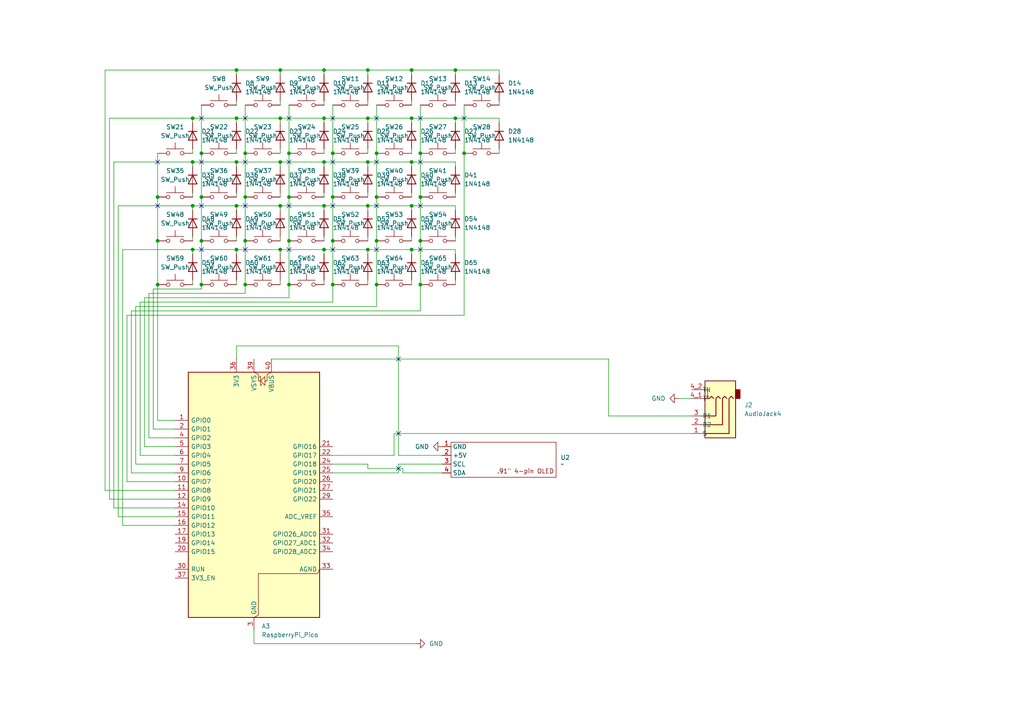
<source format=kicad_sch>
(kicad_sch (version 20231120) (generator "eeschema") (generator_version "8.0")
  (paper "A4")
  (lib_symbols
    (symbol "Connector_Audio:AudioJack4_SwitchT1"
      (property "Reference" "J2" (at -10.16 -3.1751 0))
      (property "Value" "AudioJack4" (at -10.16 -0.6351 0))
      (symbol "AudioJack4_SwitchT1_0_1"
        (rectangle (start -7.62 -5.08) (end -8.89 -7.62) (stroke (width 0.254)) (fill (type outline)))
        (polyline (pts (xy 1.27 -5.08) (xy 2.54 -5.08)))
        (polyline (pts (xy 1.27 2.54) (xy 2.54 2.54)))
        (polyline (pts (xy 2.54 0) (xy 1.27 0)))
        (polyline (pts (xy 2.54 5.08) (xy 1.27 5.08)))
        (rectangle (start 1.27 6.35) (end -7.62 -10.16) (stroke (width 0.254)) (fill (type background)))
      )
      (symbol "AudioJack4_SwitchT1_1_1"
        (polyline (pts (xy 0.508 -5.334) (xy 0.762 -5.842)))
        (polyline (pts (xy -1.27 -5.08) (xy -0.635 -5.715) (xy 0 -5.08) (xy 1.27 -5.08)) (stroke (width 0.254)))
        (polyline (pts (xy 2.54 -7.62) (xy 0.508 -7.62) (xy 0.508 -5.334) (xy 0.254 -5.842)))
        (polyline (pts (xy -3.175 -5.08) (xy -2.54 -5.715) (xy -1.905 -5.08) (xy -1.905 0) (xy 1.27 0)) (stroke (width 0.254)))
        (polyline (pts (xy 1.27 2.54) (xy -3.81 2.54) (xy -3.81 -5.08) (xy -4.445 -5.715) (xy -5.08 -5.08)) (stroke (width 0.254)))
        (polyline (pts (xy 1.27 5.08) (xy -5.715 5.08) (xy -5.715 -5.08) (xy -6.35 -5.715) (xy -6.985 -5.08)) (stroke (width 0.254)))
        (pin passive line (at 5.08 5.08 180) (length 2.54) (name "S") (number "1"))
        (pin passive line (at 5.08 2.54 180) (length 2.54) (name "R2") (number "2"))
        (pin passive line (at 5.08 0 180) (length 2.54) (name "R1") (number "3"))
        (pin passive line (at 5.08 -5.08 180) (length 2.54) (name "T") (number "4_1"))
        (pin passive line (at 5.08 -7.62 180) (length 2.54) (name "TN") (number "4_2"))
      )
    )
    (symbol "Diode:1N4148" (pin_numbers hide) (pin_names hide)
      (property "Reference" "D" (at 0 2.54 0))
      (property "Value" "1N4148" (at 0 -2.54 0))
      (symbol "1N4148_0_1"
        (polyline (pts (xy -1.27 1.27) (xy -1.27 -1.27)) (stroke (width 0.254)))
        (polyline (pts (xy 1.27 0) (xy -1.27 0)))
        (polyline (pts (xy 1.27 1.27) (xy 1.27 -1.27) (xy -1.27 0) (xy 1.27 1.27)) (stroke (width 0.254)))
      )
      (symbol "1N4148_1_1"
        (pin passive line (at -3.81 0 0) (length 2.54) (name "K") (number "1"))
        (pin passive line (at 3.81 0 180) (length 2.54) (name "A") (number "2"))
      )
    )
    (symbol "MCU_Module_RaspberryPi_Pico:RaspberryPi_Pico" (pin_names (offset 0.762))
      (property "Reference" "A" (at -19.05 38.1 0))
      (property "Value" "RaspberryPi_Pico" (at 7.62 38.1 0))
      (symbol "RaspberryPi_Pico_0_1"
        (rectangle (start -19.05 36.83) (end 19.05 -34.29) (stroke (width 0.254)) (fill (type background)))
        (polyline (pts (xy 0 36.83) (xy 1.27 36.195) (xy 1.27 34.29) (xy 1.905 34.29)))
        (polyline (pts (xy 1.905 34.29) (xy 3.175 35.56) (xy 3.175 33.02) (xy 1.905 34.29)))
        (polyline (pts (xy 5.08 36.83) (xy 3.81 36.195) (xy 3.81 34.29) (xy 3.175 34.29)))
        (polyline (pts (xy 0 -34.29) (xy 1.27 -33.655) (xy 1.27 -21.59) (xy 18.415 -21.59) (xy 19.05 -20.32)))
        (polyline (pts (xy 1.651 35.306) (xy 1.651 35.56) (xy 1.905 35.56) (xy 1.905 33.02) (xy 2.159 33.02) (xy 2.159 33.274)))
      )
      (symbol "RaspberryPi_Pico_1_1"
        (pin bidirectional line (at -22.86 22.86 0) (length 3.81) (name "GPIO0") (number "1"))
        (pin bidirectional line (at -22.86 5.08 0) (length 3.81) (name "GPIO7") (number "10"))
        (pin bidirectional line (at -22.86 2.54 0) (length 3.81) (name "GPIO8") (number "11"))
        (pin bidirectional line (at -22.86 0 0) (length 3.81) (name "GPIO9") (number "12"))
        (pin passive line (at 0 -38.1 90) (length 3.81) hide (name "GND") (number "13"))
        (pin bidirectional line (at -22.86 -2.54 0) (length 3.81) (name "GPIO10") (number "14"))
        (pin bidirectional line (at -22.86 -5.08 0) (length 3.81) (name "GPIO11") (number "15"))
        (pin bidirectional line (at -22.86 -7.62 0) (length 3.81) (name "GPIO12") (number "16"))
        (pin bidirectional line (at -22.86 -10.16 0) (length 3.81) (name "GPIO13") (number "17"))
        (pin passive line (at 0 -38.1 90) (length 3.81) hide (name "GND") (number "18"))
        (pin bidirectional line (at -22.86 -12.7 0) (length 3.81) (name "GPIO14") (number "19"))
        (pin bidirectional line (at -22.86 20.32 0) (length 3.81) (name "GPIO1") (number "2"))
        (pin bidirectional line (at -22.86 -15.24 0) (length 3.81) (name "GPIO15") (number "20"))
        (pin bidirectional line (at 22.86 15.24 180) (length 3.81) (name "GPIO16") (number "21"))
        (pin bidirectional line (at 22.86 12.7 180) (length 3.81) (name "GPIO17") (number "22"))
        (pin passive line (at 0 -38.1 90) (length 3.81) hide (name "GND") (number "23"))
        (pin bidirectional line (at 22.86 10.16 180) (length 3.81) (name "GPIO18") (number "24"))
        (pin bidirectional line (at 22.86 7.62 180) (length 3.81) (name "GPIO19") (number "25"))
        (pin bidirectional line (at 22.86 5.08 180) (length 3.81) (name "GPIO20") (number "26"))
        (pin bidirectional line (at 22.86 2.54 180) (length 3.81) (name "GPIO21") (number "27"))
        (pin passive line (at 0 -38.1 90) (length 3.81) hide (name "GND") (number "28"))
        (pin bidirectional line (at 22.86 0 180) (length 3.81) (name "GPIO22") (number "29"))
        (pin power_out line (at 0 -38.1 90) (length 3.81) (name "GND") (number "3"))
        (pin input line (at -22.86 -20.32 0) (length 3.81) (name "RUN") (number "30"))
        (pin bidirectional line (at 22.86 -10.16 180) (length 3.81) (name "GPIO26_ADC0") (number "31"))
        (pin bidirectional line (at 22.86 -12.7 180) (length 3.81) (name "GPIO27_ADC1") (number "32"))
        (pin power_out line (at 22.86 -20.32 180) (length 3.81) (name "AGND") (number "33"))
        (pin bidirectional line (at 22.86 -15.24 180) (length 3.81) (name "GPIO28_ADC2") (number "34"))
        (pin power_in line (at 22.86 -5.08 180) (length 3.81) (name "ADC_VREF") (number "35"))
        (pin power_out line (at -5.08 40.64 270) (length 3.81) (name "3V3") (number "36"))
        (pin input line (at -22.86 -22.86 0) (length 3.81) (name "3V3_EN") (number "37"))
        (pin passive line (at 0 -38.1 90) (length 3.81) hide (name "GND") (number "38"))
        (pin power_in line (at 0 40.64 270) (length 3.81) (name "VSYS") (number "39"))
        (pin bidirectional line (at -22.86 17.78 0) (length 3.81) (name "GPIO2") (number "4"))
        (pin power_out line (at 5.08 40.64 270) (length 3.81) (name "VBUS") (number "40"))
        (pin bidirectional line (at -22.86 15.24 0) (length 3.81) (name "GPIO3") (number "5"))
        (pin bidirectional line (at -22.86 12.7 0) (length 3.81) (name "GPIO4") (number "6"))
        (pin bidirectional line (at -22.86 10.16 0) (length 3.81) (name "GPIO5") (number "7"))
        (pin passive line (at 0 -38.1 90) (length 3.81) hide (name "GND") (number "8"))
        (pin bidirectional line (at -22.86 7.62 0) (length 3.81) (name "GPIO6") (number "9"))
      )
    )
    (symbol "Switch:SW_Push" (pin_numbers hide) (pin_names (offset 1.016) hide)
      (property "Reference" "SW" (at 1.27 2.54 0))
      (property "Value" "SW_Push" (at 0 -1.524 0))
      (symbol "SW_Push_0_1"
        (circle (center -2.032 0) (radius 0.508))
        (polyline (pts (xy 0 1.27) (xy 0 3.048)))
        (polyline (pts (xy 2.54 1.27) (xy -2.54 1.27)))
        (circle (center 2.032 0) (radius 0.508))
        (pin passive line (at -5.08 0 0) (length 2.54) (name "1") (number "1"))
        (pin passive line (at 5.08 0 180) (length 2.54) (name "2") (number "2"))
      )
    )
    (symbol "display:.91{dblquote}_4-pin_OLED"
      (property "Reference" "U" (at 0 -1.27 0))
      (symbol ".91{dblquote}_4-pin_OLED_0_1"
        (rectangle (start -16.51 5.08) (end 13.97 -5.08))
      )
      (symbol ".91{dblquote}_4-pin_OLED_1_1"
        (text ".91\" 4-pin OLED" (at -7.62 3.302 0) (effects (font (size 1.27 1.27))))
        (pin input line (at 16.51 -3.81 180) (length 2.54) (name "GND") (number "1"))
        (pin input line (at 16.51 -1.27 180) (length 2.54) (name "+5V") (number "2"))
        (pin input line (at 16.51 1.27 180) (length 2.54) (name "SCL") (number "3"))
        (pin input line (at 16.51 3.81 180) (length 2.54) (name "SDA") (number "4"))
      )
    )
    (symbol "power:GND" (power) (pin_numbers hide) (pin_names (offset 0) hide)
      (property "Value" "GND" (at 0 -3.81 0))
      (symbol "GND_0_1"
        (polyline (pts (xy 0 0) (xy 0 -1.27) (xy 1.27 -1.27) (xy 0 -2.54) (xy -1.27 -1.27) (xy 0 -1.27)))
      )
      (symbol "GND_1_1"
        (pin power_in line (at 0 0 270) (length 0) (name "~") (number "1"))
      )
    )
  )
  (junction (at 68.58 46.99))
  (junction (at 119.38 34.29))
  (junction (at 83.82 69.85))
  (junction (at 81.28 20.32))
  (junction (at 106.68 59.69))
  (junction (at 106.68 34.29))
  (junction (at 96.52 44.45))
  (junction (at 106.68 46.99))
  (junction (at 93.98 46.99))
  (junction (at 45.72 82.55))
  (junction (at 119.38 46.99))
  (junction (at 96.52 57.15))
  (junction (at 134.62 44.45))
  (junction (at 71.12 44.45))
  (junction (at 68.58 72.39))
  (junction (at 81.28 34.29))
  (junction (at 121.92 82.55))
  (junction (at 109.22 82.55))
  (junction (at 83.82 44.45))
  (junction (at 119.38 72.39))
  (junction (at 93.98 59.69))
  (junction (at 71.12 82.55))
  (junction (at 71.12 69.85))
  (junction (at 109.22 44.45))
  (junction (at 55.88 34.29))
  (junction (at 71.12 57.15))
  (junction (at 55.88 72.39))
  (junction (at 68.58 59.69))
  (junction (at 109.22 69.85))
  (junction (at 119.38 59.69))
  (junction (at 58.42 44.45))
  (junction (at 83.82 82.55))
  (junction (at 68.58 20.32))
  (junction (at 106.68 72.39))
  (junction (at 45.72 69.85))
  (junction (at 121.92 57.15))
  (junction (at 109.22 57.15))
  (junction (at 106.68 20.32))
  (junction (at 121.92 69.85))
  (junction (at 93.98 72.39))
  (junction (at 81.28 59.69))
  (junction (at 132.08 34.29))
  (junction (at 96.52 69.85))
  (junction (at 45.72 57.15))
  (junction (at 81.28 46.99))
  (junction (at 58.42 57.15))
  (junction (at 83.82 57.15))
  (junction (at 81.28 72.39))
  (junction (at 58.42 69.85))
  (junction (at 119.38 20.32))
  (junction (at 55.88 59.69))
  (junction (at 93.98 20.32))
  (junction (at 68.58 34.29))
  (junction (at 121.92 44.45))
  (junction (at 58.42 82.55))
  (junction (at 96.52 82.55))
  (junction (at 132.08 20.32))
  (junction (at 93.98 34.29))
  (junction (at 55.88 46.99))
  (no_connect (at 83.82 34.29))
  (no_connect (at 109.22 46.99))
  (no_connect (at 45.72 46.99))
  (no_connect (at 96.52 46.99))
  (no_connect (at 134.62 34.29))
  (no_connect (at 115.57 135.89))
  (no_connect (at 96.52 34.29))
  (no_connect (at 71.12 59.69))
  (no_connect (at 121.92 46.99))
  (no_connect (at 83.82 72.39))
  (no_connect (at 121.92 59.69))
  (no_connect (at 71.12 46.99))
  (no_connect (at 109.22 72.39))
  (no_connect (at 83.82 59.69))
  (no_connect (at 96.52 59.69))
  (no_connect (at 58.42 46.99))
  (no_connect (at 71.12 72.39))
  (no_connect (at 58.42 34.29))
  (no_connect (at 115.57 125.73))
  (no_connect (at 58.42 72.39))
  (no_connect (at 45.72 59.69))
  (no_connect (at 115.57 104.14))
  (no_connect (at 58.42 59.69))
  (no_connect (at 109.22 34.29))
  (no_connect (at 109.22 59.69))
  (no_connect (at 83.82 46.99))
  (no_connect (at 71.12 34.29))
  (no_connect (at 96.52 72.39))
  (no_connect (at 121.92 34.29))
  (no_connect (at 121.92 72.39))
  (wire (pts (xy 55.88 59.69) (xy 55.88 60.96)))
  (wire (pts (xy 106.68 46.99) (xy 106.68 48.26)))
  (wire (pts (xy 132.08 20.32) (xy 132.08 21.59)))
  (wire (pts (xy 31.75 144.78) (xy 50.8 144.78)))
  (wire (pts (xy 115.57 132.08) (xy 115.57 100.33)))
  (wire (pts (xy 132.08 48.26) (xy 132.08 46.99)))
  (wire (pts (xy 68.58 81.28) (xy 68.58 82.55)))
  (wire (pts (xy 119.38 81.28) (xy 119.38 82.55)))
  (wire (pts (xy 38.1 137.16) (xy 50.8 137.16)))
  (wire (pts (xy 41.91 86.36) (xy 41.91 129.54)))
  (wire (pts (xy 128.27 137.16) (xy 116.84 137.16)))
  (wire (pts (xy 96.52 137.16) (xy 115.57 137.16)))
  (wire (pts (xy 119.38 68.58) (xy 119.38 69.85)))
  (wire (pts (xy 106.68 34.29) (xy 106.68 35.56)))
  (wire (pts (xy 109.22 57.15) (xy 109.22 69.85)))
  (wire (pts (xy 119.38 59.69) (xy 106.68 59.69)))
  (wire (pts (xy 114.3 132.08) (xy 114.3 125.73)))
  (wire (pts (xy 68.58 34.29) (xy 68.58 35.56)))
  (wire (pts (xy 68.58 59.69) (xy 68.58 60.96)))
  (wire (pts (xy 81.28 59.69) (xy 81.28 60.96)))
  (wire (pts (xy 106.68 46.99) (xy 93.98 46.99)))
  (wire (pts (xy 109.22 44.45) (xy 109.22 57.15)))
  (wire (pts (xy 132.08 34.29) (xy 132.08 35.56)))
  (wire (pts (xy 71.12 69.85) (xy 71.12 82.55)))
  (wire (pts (xy 121.92 30.48) (xy 121.92 44.45)))
  (wire (pts (xy 200.66 120.65) (xy 176.53 120.65)))
  (wire (pts (xy 81.28 72.39) (xy 68.58 72.39)))
  (wire (pts (xy 119.38 72.39) (xy 119.38 73.66)))
  (wire (pts (xy 116.84 135.89) (xy 106.68 135.89)))
  (wire (pts (xy 132.08 69.85) (xy 132.08 68.58)))
  (wire (pts (xy 83.82 69.85) (xy 83.82 82.55)))
  (wire (pts (xy 81.28 29.21) (xy 81.28 30.48)))
  (wire (pts (xy 58.42 57.15) (xy 58.42 69.85)))
  (wire (pts (xy 176.53 120.65) (xy 176.53 104.14)))
  (wire (pts (xy 96.52 132.08) (xy 114.3 132.08)))
  (wire (pts (xy 36.83 91.44) (xy 36.83 139.7)))
  (wire (pts (xy 196.85 115.57) (xy 200.66 115.57)))
  (wire (pts (xy 83.82 30.48) (xy 83.82 44.45)))
  (wire (pts (xy 58.42 83.82) (xy 44.45 83.82)))
  (wire (pts (xy 93.98 59.69) (xy 93.98 60.96)))
  (wire (pts (xy 93.98 72.39) (xy 93.98 73.66)))
  (wire (pts (xy 132.08 82.55) (xy 132.08 81.28)))
  (wire (pts (xy 81.28 46.99) (xy 68.58 46.99)))
  (wire (pts (xy 58.42 44.45) (xy 58.42 57.15)))
  (wire (pts (xy 34.29 59.69) (xy 55.88 59.69)))
  (wire (pts (xy 43.18 85.09) (xy 43.18 127)))
  (wire (pts (xy 68.58 34.29) (xy 55.88 34.29)))
  (wire (pts (xy 55.88 43.18) (xy 55.88 44.45)))
  (wire (pts (xy 144.78 35.56) (xy 144.78 34.29)))
  (wire (pts (xy 55.88 72.39) (xy 55.88 73.66)))
  (wire (pts (xy 109.22 88.9) (xy 39.37 88.9)))
  (wire (pts (xy 121.92 69.85) (xy 121.92 82.55)))
  (wire (pts (xy 93.98 29.21) (xy 93.98 30.48)))
  (wire (pts (xy 38.1 90.17) (xy 38.1 137.16)))
  (wire (pts (xy 68.58 100.33) (xy 68.58 104.14)))
  (wire (pts (xy 176.53 104.14) (xy 78.74 104.14)))
  (wire (pts (xy 34.29 149.86) (xy 50.8 149.86)))
  (wire (pts (xy 132.08 72.39) (xy 119.38 72.39)))
  (wire (pts (xy 81.28 55.88) (xy 81.28 57.15)))
  (wire (pts (xy 93.98 20.32) (xy 93.98 21.59)))
  (wire (pts (xy 106.68 68.58) (xy 106.68 69.85)))
  (wire (pts (xy 132.08 29.21) (xy 132.08 30.48)))
  (wire (pts (xy 93.98 34.29) (xy 81.28 34.29)))
  (wire (pts (xy 81.28 59.69) (xy 68.58 59.69)))
  (wire (pts (xy 106.68 29.21) (xy 106.68 30.48)))
  (wire (pts (xy 68.58 55.88) (xy 68.58 57.15)))
  (wire (pts (xy 30.48 20.32) (xy 68.58 20.32)))
  (wire (pts (xy 106.68 59.69) (xy 93.98 59.69)))
  (wire (pts (xy 81.28 68.58) (xy 81.28 69.85)))
  (wire (pts (xy 132.08 73.66) (xy 132.08 72.39)))
  (wire (pts (xy 132.08 46.99) (xy 119.38 46.99)))
  (wire (pts (xy 119.38 46.99) (xy 106.68 46.99)))
  (wire (pts (xy 68.58 43.18) (xy 68.58 44.45)))
  (wire (pts (xy 144.78 30.48) (xy 144.78 29.21)))
  (wire (pts (xy 121.92 82.55) (xy 121.92 90.17)))
  (wire (pts (xy 55.88 68.58) (xy 55.88 69.85)))
  (wire (pts (xy 55.88 55.88) (xy 55.88 57.15)))
  (wire (pts (xy 81.28 72.39) (xy 81.28 73.66)))
  (wire (pts (xy 68.58 21.59) (xy 68.58 20.32)))
  (wire (pts (xy 144.78 34.29) (xy 132.08 34.29)))
  (wire (pts (xy 83.82 57.15) (xy 83.82 69.85)))
  (wire (pts (xy 106.68 72.39) (xy 106.68 73.66)))
  (wire (pts (xy 93.98 43.18) (xy 93.98 44.45)))
  (wire (pts (xy 33.02 46.99) (xy 55.88 46.99)))
  (wire (pts (xy 93.98 46.99) (xy 93.98 48.26)))
  (wire (pts (xy 68.58 68.58) (xy 68.58 69.85)))
  (wire (pts (xy 144.78 44.45) (xy 144.78 43.18)))
  (wire (pts (xy 121.92 44.45) (xy 121.92 57.15)))
  (wire (pts (xy 41.91 129.54) (xy 50.8 129.54)))
  (wire (pts (xy 96.52 134.62) (xy 106.68 134.62)))
  (wire (pts (xy 81.28 34.29) (xy 81.28 35.56)))
  (wire (pts (xy 35.56 152.4) (xy 50.8 152.4)))
  (wire (pts (xy 132.08 60.96) (xy 132.08 59.69)))
  (wire (pts (xy 106.68 59.69) (xy 106.68 60.96)))
  (wire (pts (xy 119.38 72.39) (xy 106.68 72.39)))
  (wire (pts (xy 45.72 121.92) (xy 50.8 121.92)))
  (wire (pts (xy 93.98 68.58) (xy 93.98 69.85)))
  (wire (pts (xy 109.22 30.48) (xy 109.22 44.45)))
  (wire (pts (xy 31.75 34.29) (xy 55.88 34.29)))
  (wire (pts (xy 106.68 20.32) (xy 106.68 21.59)))
  (wire (pts (xy 93.98 20.32) (xy 81.28 20.32)))
  (wire (pts (xy 121.92 57.15) (xy 121.92 69.85)))
  (wire (pts (xy 40.64 132.08) (xy 50.8 132.08)))
  (wire (pts (xy 33.02 147.32) (xy 50.8 147.32)))
  (wire (pts (xy 83.82 44.45) (xy 83.82 57.15)))
  (wire (pts (xy 39.37 88.9) (xy 39.37 134.62)))
  (wire (pts (xy 106.68 135.89) (xy 106.68 134.62)))
  (wire (pts (xy 109.22 69.85) (xy 109.22 82.55)))
  (wire (pts (xy 96.52 57.15) (xy 96.52 69.85)))
  (wire (pts (xy 45.72 57.15) (xy 45.72 44.45)))
  (wire (pts (xy 58.42 69.85) (xy 58.42 82.55)))
  (wire (pts (xy 81.28 43.18) (xy 81.28 44.45)))
  (wire (pts (xy 134.62 44.45) (xy 134.62 91.44)))
  (wire (pts (xy 68.58 72.39) (xy 68.58 73.66)))
  (wire (pts (xy 39.37 134.62) (xy 50.8 134.62)))
  (wire (pts (xy 96.52 44.45) (xy 96.52 57.15)))
  (wire (pts (xy 68.58 46.99) (xy 68.58 48.26)))
  (wire (pts (xy 119.38 46.99) (xy 119.38 48.26)))
  (wire (pts (xy 81.28 20.32) (xy 68.58 20.32)))
  (wire (pts (xy 55.88 34.29) (xy 55.88 35.56)))
  (wire (pts (xy 81.28 20.32) (xy 81.28 21.59)))
  (wire (pts (xy 68.58 46.99) (xy 55.88 46.99)))
  (wire (pts (xy 134.62 91.44) (xy 36.83 91.44)))
  (wire (pts (xy 55.88 46.99) (xy 55.88 48.26)))
  (wire (pts (xy 81.28 46.99) (xy 81.28 48.26)))
  (wire (pts (xy 68.58 30.48) (xy 68.58 29.21)))
  (wire (pts (xy 30.48 20.32) (xy 30.48 142.24)))
  (wire (pts (xy 71.12 57.15) (xy 71.12 69.85)))
  (wire (pts (xy 96.52 87.63) (xy 40.64 87.63)))
  (wire (pts (xy 81.28 81.28) (xy 81.28 82.55)))
  (wire (pts (xy 45.72 69.85) (xy 45.72 82.55)))
  (wire (pts (xy 132.08 59.69) (xy 119.38 59.69)))
  (wire (pts (xy 68.58 72.39) (xy 55.88 72.39)))
  (wire (pts (xy 128.27 132.08) (xy 115.57 132.08)))
  (wire (pts (xy 34.29 59.69) (xy 34.29 149.86)))
  (wire (pts (xy 43.18 127) (xy 50.8 127)))
  (wire (pts (xy 119.38 29.21) (xy 119.38 30.48)))
  (wire (pts (xy 83.82 86.36) (xy 41.91 86.36)))
  (wire (pts (xy 83.82 82.55) (xy 83.82 86.36)))
  (wire (pts (xy 132.08 57.15) (xy 132.08 55.88)))
  (wire (pts (xy 55.88 81.28) (xy 55.88 82.55)))
  (wire (pts (xy 68.58 59.69) (xy 55.88 59.69)))
  (wire (pts (xy 71.12 85.09) (xy 43.18 85.09)))
  (wire (pts (xy 93.98 59.69) (xy 81.28 59.69)))
  (wire (pts (xy 96.52 69.85) (xy 96.52 82.55)))
  (wire (pts (xy 58.42 30.48) (xy 58.42 44.45)))
  (wire (pts (xy 132.08 43.18) (xy 132.08 44.45)))
  (wire (pts (xy 119.38 55.88) (xy 119.38 57.15)))
  (wire (pts (xy 93.98 46.99) (xy 81.28 46.99)))
  (wire (pts (xy 116.84 137.16) (xy 116.84 135.89)))
  (wire (pts (xy 109.22 82.55) (xy 109.22 88.9)))
  (wire (pts (xy 106.68 72.39) (xy 93.98 72.39)))
  (wire (pts (xy 93.98 72.39) (xy 81.28 72.39)))
  (wire (pts (xy 119.38 43.18) (xy 119.38 44.45)))
  (wire (pts (xy 58.42 82.55) (xy 58.42 83.82)))
  (wire (pts (xy 106.68 20.32) (xy 93.98 20.32)))
  (wire (pts (xy 93.98 81.28) (xy 93.98 82.55)))
  (wire (pts (xy 33.02 46.99) (xy 33.02 147.32)))
  (wire (pts (xy 93.98 55.88) (xy 93.98 57.15)))
  (wire (pts (xy 31.75 34.29) (xy 31.75 144.78)))
  (wire (pts (xy 71.12 44.45) (xy 71.12 57.15)))
  (wire (pts (xy 44.45 83.82) (xy 44.45 124.46)))
  (wire (pts (xy 40.64 87.63) (xy 40.64 132.08)))
  (wire (pts (xy 144.78 20.32) (xy 132.08 20.32)))
  (wire (pts (xy 93.98 34.29) (xy 93.98 35.56)))
  (wire (pts (xy 106.68 55.88) (xy 106.68 57.15)))
  (wire (pts (xy 132.08 20.32) (xy 119.38 20.32)))
  (wire (pts (xy 36.83 139.7) (xy 50.8 139.7)))
  (wire (pts (xy 71.12 82.55) (xy 71.12 85.09)))
  (wire (pts (xy 134.62 30.48) (xy 134.62 44.45)))
  (wire (pts (xy 71.12 30.48) (xy 71.12 44.45)))
  (wire (pts (xy 45.72 69.85) (xy 45.72 57.15)))
  (wire (pts (xy 144.78 21.59) (xy 144.78 20.32)))
  (wire (pts (xy 119.38 20.32) (xy 106.68 20.32)))
  (wire (pts (xy 121.92 90.17) (xy 38.1 90.17)))
  (wire (pts (xy 119.38 34.29) (xy 119.38 35.56)))
  (wire (pts (xy 73.66 186.69) (xy 120.65 186.69)))
  (wire (pts (xy 119.38 34.29) (xy 106.68 34.29)))
  (wire (pts (xy 119.38 59.69) (xy 119.38 60.96)))
  (wire (pts (xy 96.52 82.55) (xy 96.52 87.63)))
  (wire (pts (xy 45.72 82.55) (xy 45.72 121.92)))
  (wire (pts (xy 114.3 125.73) (xy 200.66 125.73)))
  (wire (pts (xy 35.56 72.39) (xy 55.88 72.39)))
  (wire (pts (xy 119.38 20.32) (xy 119.38 21.59)))
  (wire (pts (xy 30.48 142.24) (xy 50.8 142.24)))
  (wire (pts (xy 115.57 137.16) (xy 115.57 134.62)))
  (wire (pts (xy 115.57 100.33) (xy 68.58 100.33)))
  (wire (pts (xy 81.28 34.29) (xy 68.58 34.29)))
  (wire (pts (xy 73.66 182.88) (xy 73.66 186.69)))
  (wire (pts (xy 44.45 124.46) (xy 50.8 124.46)))
  (wire (pts (xy 96.52 30.48) (xy 96.52 44.45)))
  (wire (pts (xy 132.08 34.29) (xy 119.38 34.29)))
  (wire (pts (xy 106.68 34.29) (xy 93.98 34.29)))
  (wire (pts (xy 115.57 134.62) (xy 128.27 134.62)))
  (wire (pts (xy 106.68 81.28) (xy 106.68 82.55)))
  (wire (pts (xy 35.56 72.39) (xy 35.56 152.4)))
  (wire (pts (xy 106.68 43.18) (xy 106.68 44.45)))
  (symbol (lib_id "Diode:1N4148") (at 106.68 77.47 270) (unit 1)
    (property "Reference" "D63" (at 109.22 76.1999 90) (effects (justify left)))
    (property "Value" "1N4148" (at 109.22 78.7399 90) (effects (justify left)))
    (property "Footprint" "Diode_THT:D_DO-35_SOD27_P7.62mm_Horizontal" (effects (hide yes)))
    (property "Datasheet" "https://assets.nexperia.com/documents/data-sheet/1N4148_1N4448.pdf" (effects (hide yes)))
    (property "Description" "100V 0.15A standard switching diode, DO-35" (effects (hide yes)))
    (property "Sim.Device" "D" (effects (hide yes)))
    (property "Sim.Pins" "1=K 2=A" (effects (hide yes)))
  )
  (symbol (lib_id "power:GND") (at 196.85 115.57 270) (unit 1)
    (property "Reference" "#PWR04" (effects (hide yes)))
    (property "Value" "GND" (at 193.04 115.5699 90) (effects (justify right)))
    (property "Description" "Power symbol creates a global label with name \"GND\" , ground" (effects (hide yes)))
  )
  (symbol (lib_id "Switch:SW_Push") (at 63.5 69.85 0) (unit 1)
    (property "Reference" "SW49" (at 63.5 62.23 0))
    (property "Value" "SW_Push" (at 63.5 64.77 0))
    (property "Footprint" "MX_Hotswap:MX-Hotswap-1U" (effects (hide yes)))
    (property "Description" "Push button switch, generic, two pins" (effects (hide yes)))
  )
  (symbol (lib_id "Switch:SW_Push") (at 76.2 30.48 0) (unit 1)
    (property "Reference" "SW9" (at 76.2 22.86 0))
    (property "Value" "SW_Push" (at 76.2 25.4 0))
    (property "Footprint" "MX_Hotswap:MX-Hotswap-1U" (effects (hide yes)))
    (property "Description" "Push button switch, generic, two pins" (effects (hide yes)))
  )
  (symbol (lib_id "Diode:1N4148") (at 93.98 52.07 270) (unit 1)
    (property "Reference" "D38" (at 96.52 50.7999 90) (effects (justify left)))
    (property "Value" "1N4148" (at 96.52 53.3399 90) (effects (justify left)))
    (property "Footprint" "Diode_THT:D_DO-35_SOD27_P7.62mm_Horizontal" (effects (hide yes)))
    (property "Datasheet" "https://assets.nexperia.com/documents/data-sheet/1N4148_1N4448.pdf" (effects (hide yes)))
    (property "Description" "100V 0.15A standard switching diode, DO-35" (effects (hide yes)))
    (property "Sim.Device" "D" (effects (hide yes)))
    (property "Sim.Pins" "1=K 2=A" (effects (hide yes)))
  )
  (symbol (lib_id "Diode:1N4148") (at 119.38 52.07 270) (unit 1)
    (property "Reference" "D40" (at 121.92 50.7999 90) (effects (justify left)))
    (property "Value" "1N4148" (at 121.92 53.3399 90) (effects (justify left)))
    (property "Footprint" "Diode_THT:D_DO-35_SOD27_P7.62mm_Horizontal" (effects (hide yes)))
    (property "Datasheet" "https://assets.nexperia.com/documents/data-sheet/1N4148_1N4448.pdf" (effects (hide yes)))
    (property "Description" "100V 0.15A standard switching diode, DO-35" (effects (hide yes)))
    (property "Sim.Device" "D" (effects (hide yes)))
    (property "Sim.Pins" "1=K 2=A" (effects (hide yes)))
  )
  (symbol (lib_id "Switch:SW_Push") (at 50.8 44.45 0) (unit 1)
    (property "Reference" "SW21" (at 50.8 36.83 0))
    (property "Value" "SW_Push" (at 50.8 39.37 0))
    (property "Footprint" "MX_Hotswap:MX-Hotswap-1U" (effects (hide yes)))
    (property "Description" "Push button switch, generic, two pins" (effects (hide yes)))
  )
  (symbol (lib_id "Switch:SW_Push") (at 101.6 69.85 0) (unit 1)
    (property "Reference" "SW52" (at 101.6 62.23 0))
    (property "Value" "SW_Push" (at 101.6 64.77 0))
    (property "Footprint" "MX_Hotswap:MX-Hotswap-1U" (effects (hide yes)))
    (property "Description" "Push button switch, generic, two pins" (effects (hide yes)))
  )
  (symbol (lib_id "Switch:SW_Push") (at 114.3 57.15 0) (unit 1)
    (property "Reference" "SW40" (at 114.3 49.53 0))
    (property "Value" "SW_Push" (at 114.3 52.07 0))
    (property "Footprint" "MX_Hotswap:MX-Hotswap-1U" (effects (hide yes)))
    (property "Description" "Push button switch, generic, two pins" (effects (hide yes)))
  )
  (symbol (lib_id "Switch:SW_Push") (at 114.3 30.48 0) (unit 1)
    (property "Reference" "SW12" (at 114.3 22.86 0))
    (property "Value" "SW_Push" (at 114.3 25.4 0))
    (property "Footprint" "MX_Hotswap:MX-Hotswap-1U" (effects (hide yes)))
    (property "Description" "Push button switch, generic, two pins" (effects (hide yes)))
  )
  (symbol (lib_id "Diode:1N4148") (at 68.58 52.07 270) (unit 1)
    (property "Reference" "D36" (at 71.12 50.7999 90) (effects (justify left)))
    (property "Value" "1N4148" (at 71.12 53.3399 90) (effects (justify left)))
    (property "Footprint" "Diode_THT:D_DO-35_SOD27_P7.62mm_Horizontal" (effects (hide yes)))
    (property "Datasheet" "https://assets.nexperia.com/documents/data-sheet/1N4148_1N4448.pdf" (effects (hide yes)))
    (property "Description" "100V 0.15A standard switching diode, DO-35" (effects (hide yes)))
    (property "Sim.Device" "D" (effects (hide yes)))
    (property "Sim.Pins" "1=K 2=A" (effects (hide yes)))
  )
  (symbol (lib_id "Switch:SW_Push") (at 139.7 30.48 0) (unit 1)
    (property "Reference" "SW14" (at 139.7 22.86 0))
    (property "Value" "SW_Push" (at 139.7 25.4 0))
    (property "Footprint" "MX_Hotswap:MX-Hotswap-1.75U" (effects (hide yes)))
    (property "Description" "Push button switch, generic, two pins" (effects (hide yes)))
  )
  (symbol (lib_id "Switch:SW_Push") (at 88.9 57.15 0) (unit 1)
    (property "Reference" "SW38" (at 88.9 49.53 0))
    (property "Value" "SW_Push" (at 88.9 52.07 0))
    (property "Footprint" "MX_Hotswap:MX-Hotswap-1U" (effects (hide yes)))
    (property "Description" "Push button switch, generic, two pins" (effects (hide yes)))
  )
  (symbol (lib_id "Diode:1N4148") (at 93.98 64.77 270) (unit 1)
    (property "Reference" "D51" (at 96.52 63.4999 90) (effects (justify left)))
    (property "Value" "1N4148" (at 96.52 66.0399 90) (effects (justify left)))
    (property "Footprint" "Diode_THT:D_DO-35_SOD27_P7.62mm_Horizontal" (effects (hide yes)))
    (property "Datasheet" "https://assets.nexperia.com/documents/data-sheet/1N4148_1N4448.pdf" (effects (hide yes)))
    (property "Description" "100V 0.15A standard switching diode, DO-35" (effects (hide yes)))
    (property "Sim.Device" "D" (effects (hide yes)))
    (property "Sim.Pins" "1=K 2=A" (effects (hide yes)))
  )
  (symbol (lib_id "Switch:SW_Push") (at 127 69.85 0) (unit 1)
    (property "Reference" "SW54" (at 127 62.23 0))
    (property "Value" "SW_Push" (at 127 64.77 0))
    (property "Footprint" "MX_Hotswap:MX-Hotswap-1U" (effects (hide yes)))
    (property "Description" "Push button switch, generic, two pins" (effects (hide yes)))
  )
  (symbol (lib_id "Diode:1N4148") (at 106.68 39.37 270) (unit 1)
    (property "Reference" "D25" (at 109.22 38.0999 90) (effects (justify left)))
    (property "Value" "1N4148" (at 109.22 40.6399 90) (effects (justify left)))
    (property "Footprint" "Diode_THT:D_DO-35_SOD27_P7.62mm_Horizontal" (effects (hide yes)))
    (property "Datasheet" "https://assets.nexperia.com/documents/data-sheet/1N4148_1N4448.pdf" (effects (hide yes)))
    (property "Description" "100V 0.15A standard switching diode, DO-35" (effects (hide yes)))
    (property "Sim.Device" "D" (effects (hide yes)))
    (property "Sim.Pins" "1=K 2=A" (effects (hide yes)))
  )
  (symbol (lib_id "Diode:1N4148") (at 68.58 25.4 270) (unit 1)
    (property "Reference" "D8" (at 71.12 24.1299 90) (effects (justify left)))
    (property "Value" "1N4148" (at 71.12 26.6699 90) (effects (justify left)))
    (property "Footprint" "Diode_THT:D_DO-35_SOD27_P7.62mm_Horizontal" (effects (hide yes)))
    (property "Datasheet" "https://assets.nexperia.com/documents/data-sheet/1N4148_1N4448.pdf" (effects (hide yes)))
    (property "Description" "100V 0.15A standard switching diode, DO-35" (effects (hide yes)))
    (property "Sim.Device" "D" (effects (hide yes)))
    (property "Sim.Pins" "1=K 2=A" (effects (hide yes)))
  )
  (symbol (lib_id "Switch:SW_Push") (at 88.9 69.85 0) (unit 1)
    (property "Reference" "SW51" (at 88.9 62.23 0))
    (property "Value" "SW_Push" (at 88.9 64.77 0))
    (property "Footprint" "MX_Hotswap:MX-Hotswap-1U" (effects (hide yes)))
    (property "Description" "Push button switch, generic, two pins" (effects (hide yes)))
  )
  (symbol (lib_id "Diode:1N4148") (at 93.98 77.47 270) (unit 1)
    (property "Reference" "D62" (at 96.52 76.1999 90) (effects (justify left)))
    (property "Value" "1N4148" (at 96.52 78.7399 90) (effects (justify left)))
    (property "Footprint" "Diode_THT:D_DO-35_SOD27_P7.62mm_Horizontal" (effects (hide yes)))
    (property "Datasheet" "https://assets.nexperia.com/documents/data-sheet/1N4148_1N4448.pdf" (effects (hide yes)))
    (property "Description" "100V 0.15A standard switching diode, DO-35" (effects (hide yes)))
    (property "Sim.Device" "D" (effects (hide yes)))
    (property "Sim.Pins" "1=K 2=A" (effects (hide yes)))
  )
  (symbol (lib_id "Switch:SW_Push") (at 76.2 69.85 0) (unit 1)
    (property "Reference" "SW50" (at 76.2 62.23 0))
    (property "Value" "SW_Push" (at 76.2 64.77 0))
    (property "Footprint" "MX_Hotswap:MX-Hotswap-1U" (effects (hide yes)))
    (property "Description" "Push button switch, generic, two pins" (effects (hide yes)))
  )
  (symbol (lib_id "power:GND") (at 128.27 129.54 270) (unit 1)
    (property "Reference" "#PWR05" (effects (hide yes)))
    (property "Value" "GND" (at 124.46 129.5399 90) (effects (justify right)))
    (property "Description" "Power symbol creates a global label with name \"GND\" , ground" (effects (hide yes)))
  )
  (symbol (lib_id "Switch:SW_Push") (at 88.9 44.45 0) (unit 1)
    (property "Reference" "SW24" (at 88.9 36.83 0))
    (property "Value" "SW_Push" (at 88.9 39.37 0))
    (property "Footprint" "MX_Hotswap:MX-Hotswap-1U" (effects (hide yes)))
    (property "Description" "Push button switch, generic, two pins" (effects (hide yes)))
  )
  (symbol (lib_id "Switch:SW_Push") (at 63.5 82.55 0) (unit 1)
    (property "Reference" "SW60" (at 63.5 74.93 0))
    (property "Value" "SW_Push" (at 63.5 77.47 0))
    (property "Footprint" "MX_Hotswap:MX-Hotswap-1U" (effects (hide yes)))
    (property "Description" "Push button switch, generic, two pins" (effects (hide yes)))
  )
  (symbol (lib_id "Diode:1N4148") (at 132.08 25.4 270) (unit 1)
    (property "Reference" "D13" (at 134.62 24.1299 90) (effects (justify left)))
    (property "Value" "1N4148" (at 134.62 26.6699 90) (effects (justify left)))
    (property "Footprint" "Diode_THT:D_DO-35_SOD27_P7.62mm_Horizontal" (effects (hide yes)))
    (property "Datasheet" "https://assets.nexperia.com/documents/data-sheet/1N4148_1N4448.pdf" (effects (hide yes)))
    (property "Description" "100V 0.15A standard switching diode, DO-35" (effects (hide yes)))
    (property "Sim.Device" "D" (effects (hide yes)))
    (property "Sim.Pins" "1=K 2=A" (effects (hide yes)))
  )
  (symbol (lib_id "Diode:1N4148") (at 132.08 52.07 270) (unit 1)
    (property "Reference" "D41" (at 134.62 50.7999 90) (effects (justify left)))
    (property "Value" "1N4148" (at 134.62 53.3399 90) (effects (justify left)))
    (property "Footprint" "Diode_THT:D_DO-35_SOD27_P7.62mm_Horizontal" (effects (hide yes)))
    (property "Datasheet" "https://assets.nexperia.com/documents/data-sheet/1N4148_1N4448.pdf" (effects (hide yes)))
    (property "Description" "100V 0.15A standard switching diode, DO-35" (effects (hide yes)))
    (property "Sim.Device" "D" (effects (hide yes)))
    (property "Sim.Pins" "1=K 2=A" (effects (hide yes)))
  )
  (symbol (lib_id "Switch:SW_Push") (at 50.8 57.15 0) (unit 1)
    (property "Reference" "SW35" (at 50.8 49.53 0))
    (property "Value" "SW_Push" (at 50.8 52.07 0))
    (property "Footprint" "MX_Hotswap:MX-Hotswap-1U" (effects (hide yes)))
    (property "Description" "Push button switch, generic, two pins" (effects (hide yes)))
  )
  (symbol (lib_id "Switch:SW_Push") (at 50.8 82.55 0) (unit 1)
    (property "Reference" "SW59" (at 50.8 74.93 0))
    (property "Value" "SW_Push" (at 50.8 77.47 0))
    (property "Footprint" "MX_Hotswap:MX-Hotswap-2U" (effects (hide yes)))
    (property "Description" "Push button switch, generic, two pins" (effects (hide yes)))
  )
  (symbol (lib_id "Diode:1N4148") (at 81.28 39.37 270) (unit 1)
    (property "Reference" "D23" (at 83.82 38.0999 90) (effects (justify left)))
    (property "Value" "1N4148" (at 83.82 40.6399 90) (effects (justify left)))
    (property "Footprint" "Diode_THT:D_DO-35_SOD27_P7.62mm_Horizontal" (effects (hide yes)))
    (property "Datasheet" "https://assets.nexperia.com/documents/data-sheet/1N4148_1N4448.pdf" (effects (hide yes)))
    (property "Description" "100V 0.15A standard switching diode, DO-35" (effects (hide yes)))
    (property "Sim.Device" "D" (effects (hide yes)))
    (property "Sim.Pins" "1=K 2=A" (effects (hide yes)))
  )
  (symbol (lib_id "Diode:1N4148") (at 93.98 25.4 270) (unit 1)
    (property "Reference" "D10" (at 96.52 24.1299 90) (effects (justify left)))
    (property "Value" "1N4148" (at 96.52 26.6699 90) (effects (justify left)))
    (property "Footprint" "Diode_THT:D_DO-35_SOD27_P7.62mm_Horizontal" (effects (hide yes)))
    (property "Datasheet" "https://assets.nexperia.com/documents/data-sheet/1N4148_1N4448.pdf" (effects (hide yes)))
    (property "Description" "100V 0.15A standard switching diode, DO-35" (effects (hide yes)))
    (property "Sim.Device" "D" (effects (hide yes)))
    (property "Sim.Pins" "1=K 2=A" (effects (hide yes)))
  )
  (symbol (lib_id "Switch:SW_Push") (at 101.6 57.15 0) (unit 1)
    (property "Reference" "SW39" (at 101.6 49.53 0))
    (property "Value" "SW_Push" (at 101.6 52.07 0))
    (property "Footprint" "MX_Hotswap:MX-Hotswap-1U" (effects (hide yes)))
    (property "Description" "Push button switch, generic, two pins" (effects (hide yes)))
  )
  (symbol (lib_id "Switch:SW_Push") (at 114.3 82.55 0) (unit 1)
    (property "Reference" "SW64" (at 114.3 74.93 0))
    (property "Value" "SW_Push" (at 114.3 77.47 0))
    (property "Footprint" "MX_Hotswap:MX-Hotswap-1U" (effects (hide yes)))
    (property "Description" "Push button switch, generic, two pins" (effects (hide yes)))
  )
  (symbol (lib_id "Switch:SW_Push") (at 50.8 69.85 0) (unit 1)
    (property "Reference" "SW48" (at 50.8 62.23 0))
    (property "Value" "SW_Push" (at 50.8 64.77 0))
    (property "Footprint" "MX_Hotswap:MX-Hotswap-1U" (effects (hide yes)))
    (property "Description" "Push button switch, generic, two pins" (effects (hide yes)))
  )
  (symbol (lib_id "Diode:1N4148") (at 93.98 39.37 270) (unit 1)
    (property "Reference" "D24" (at 96.52 38.0999 90) (effects (justify left)))
    (property "Value" "1N4148" (at 96.52 40.6399 90) (effects (justify left)))
    (property "Footprint" "Diode_THT:D_DO-35_SOD27_P7.62mm_Horizontal" (effects (hide yes)))
    (property "Datasheet" "https://assets.nexperia.com/documents/data-sheet/1N4148_1N4448.pdf" (effects (hide yes)))
    (property "Description" "100V 0.15A standard switching diode, DO-35" (effects (hide yes)))
    (property "Sim.Device" "D" (effects (hide yes)))
    (property "Sim.Pins" "1=K 2=A" (effects (hide yes)))
  )
  (symbol (lib_id "Switch:SW_Push") (at 127 57.15 0) (unit 1)
    (property "Reference" "SW41" (at 127 49.53 0))
    (property "Value" "SW_Push" (at 127 52.07 0))
    (property "Footprint" "MX_Hotswap:MX-Hotswap-1.75U" (effects (hide yes)))
    (property "Description" "Push button switch, generic, two pins" (effects (hide yes)))
  )
  (symbol (lib_id "Switch:SW_Push") (at 63.5 57.15 0) (unit 1)
    (property "Reference" "SW36" (at 63.5 49.53 0))
    (property "Value" "SW_Push" (at 63.5 52.07 0))
    (property "Footprint" "MX_Hotswap:MX-Hotswap-1U" (effects (hide yes)))
    (property "Description" "Push button switch, generic, two pins" (effects (hide yes)))
  )
  (symbol (lib_id "Diode:1N4148") (at 119.38 39.37 270) (unit 1)
    (property "Reference" "D26" (at 121.92 38.0999 90) (effects (justify left)))
    (property "Value" "1N4148" (at 121.92 40.6399 90) (effects (justify left)))
    (property "Footprint" "Diode_THT:D_DO-35_SOD27_P7.62mm_Horizontal" (effects (hide yes)))
    (property "Datasheet" "https://assets.nexperia.com/documents/data-sheet/1N4148_1N4448.pdf" (effects (hide yes)))
    (property "Description" "100V 0.15A standard switching diode, DO-35" (effects (hide yes)))
    (property "Sim.Device" "D" (effects (hide yes)))
    (property "Sim.Pins" "1=K 2=A" (effects (hide yes)))
  )
  (symbol (lib_id "Diode:1N4148") (at 55.88 77.47 270) (unit 1)
    (property "Reference" "D59" (at 58.42 76.1999 90) (effects (justify left)))
    (property "Value" "1N4148" (at 58.42 78.7399 90) (effects (justify left)))
    (property "Footprint" "Diode_THT:D_DO-35_SOD27_P7.62mm_Horizontal" (effects (hide yes)))
    (property "Datasheet" "https://assets.nexperia.com/documents/data-sheet/1N4148_1N4448.pdf" (effects (hide yes)))
    (property "Description" "100V 0.15A standard switching diode, DO-35" (effects (hide yes)))
    (property "Sim.Device" "D" (effects (hide yes)))
    (property "Sim.Pins" "1=K 2=A" (effects (hide yes)))
  )
  (symbol (lib_id "Switch:SW_Push") (at 76.2 57.15 0) (unit 1)
    (property "Reference" "SW37" (at 76.2 49.53 0))
    (property "Value" "SW_Push" (at 76.2 52.07 0))
    (property "Footprint" "MX_Hotswap:MX-Hotswap-1U" (effects (hide yes)))
    (property "Description" "Push button switch, generic, two pins" (effects (hide yes)))
  )
  (symbol (lib_id "Diode:1N4148") (at 68.58 64.77 270) (unit 1)
    (property "Reference" "D49" (at 71.12 63.4999 90) (effects (justify left)))
    (property "Value" "1N4148" (at 71.12 66.0399 90) (effects (justify left)))
    (property "Footprint" "Diode_THT:D_DO-35_SOD27_P7.62mm_Horizontal" (effects (hide yes)))
    (property "Datasheet" "https://assets.nexperia.com/documents/data-sheet/1N4148_1N4448.pdf" (effects (hide yes)))
    (property "Description" "100V 0.15A standard switching diode, DO-35" (effects (hide yes)))
    (property "Sim.Device" "D" (effects (hide yes)))
    (property "Sim.Pins" "1=K 2=A" (effects (hide yes)))
  )
  (symbol (lib_id "Switch:SW_Push") (at 63.5 30.48 0) (unit 1)
    (property "Reference" "SW8" (at 63.5 22.86 0))
    (property "Value" "SW_Push" (at 63.5 25.4 0))
    (property "Footprint" "MX_Hotswap:MX-Hotswap-1U" (effects (hide yes)))
    (property "Description" "Push button switch, generic, two pins" (effects (hide yes)))
  )
  (symbol (lib_id "Switch:SW_Push") (at 88.9 82.55 0) (unit 1)
    (property "Reference" "SW62" (at 88.9 74.93 0))
    (property "Value" "SW_Push" (at 88.9 77.47 0))
    (property "Footprint" "MX_Hotswap:MX-Hotswap-1U" (effects (hide yes)))
    (property "Description" "Push button switch, generic, two pins" (effects (hide yes)))
  )
  (symbol (lib_id "Switch:SW_Push") (at 139.7 44.45 0) (unit 1)
    (property "Reference" "SW28" (at 139.7 36.83 0))
    (property "Value" "SW_Push" (at 139.7 39.37 0))
    (property "Footprint" "MX_Hotswap:MX-Hotswap-1U" (effects (hide yes)))
    (property "Description" "Push button switch, generic, two pins" (effects (hide yes)))
  )
  (symbol (lib_id "Switch:SW_Push") (at 127 82.55 0) (unit 1)
    (property "Reference" "SW65" (at 127 74.93 0))
    (property "Value" "SW_Push" (at 127 77.47 0))
    (property "Footprint" "MX_Hotswap:MX-Hotswap-1U" (effects (hide yes)))
    (property "Description" "Push button switch, generic, two pins" (effects (hide yes)))
  )
  (symbol (lib_id "Diode:1N4148") (at 55.88 52.07 270) (unit 1)
    (property "Reference" "D35" (at 58.42 50.7999 90) (effects (justify left)))
    (property "Value" "1N4148" (at 58.42 53.3399 90) (effects (justify left)))
    (property "Footprint" "Diode_THT:D_DO-35_SOD27_P7.62mm_Horizontal" (effects (hide yes)))
    (property "Datasheet" "https://assets.nexperia.com/documents/data-sheet/1N4148_1N4448.pdf" (effects (hide yes)))
    (property "Description" "100V 0.15A standard switching diode, DO-35" (effects (hide yes)))
    (property "Sim.Device" "D" (effects (hide yes)))
    (property "Sim.Pins" "1=K 2=A" (effects (hide yes)))
  )
  (symbol (lib_id "Connector_Audio:AudioJack4_SwitchT1") (at 205.74 120.65 180) (unit 1)
    (property "Reference" "J2" (at 215.9 117.4749 0) (effects (justify right)))
    (property "Value" "AudioJack4" (at 215.9 120.0149 0) (effects (justify right)))
    (property "Footprint" "Library:TENSILITY_54-00174" (effects (hide yes)))
    (property "Description" "Audio Jack, 4 Poles (Stereo / TRRS), Switched T1 Pole (Normalling)" (effects (hide yes)))
  )
  (symbol (lib_id "Diode:1N4148") (at 106.68 64.77 270) (unit 1)
    (property "Reference" "D52" (at 109.22 63.4999 90) (effects (justify left)))
    (property "Value" "1N4148" (at 109.22 66.0399 90) (effects (justify left)))
    (property "Footprint" "Diode_THT:D_DO-35_SOD27_P7.62mm_Horizontal" (effects (hide yes)))
    (property "Datasheet" "https://assets.nexperia.com/documents/data-sheet/1N4148_1N4448.pdf" (effects (hide yes)))
    (property "Description" "100V 0.15A standard switching diode, DO-35" (effects (hide yes)))
    (property "Sim.Device" "D" (effects (hide yes)))
    (property "Sim.Pins" "1=K 2=A" (effects (hide yes)))
  )
  (symbol (lib_id "Diode:1N4148") (at 81.28 77.47 270) (unit 1)
    (property "Reference" "D61" (at 83.82 76.1999 90) (effects (justify left)))
    (property "Value" "1N4148" (at 83.82 78.7399 90) (effects (justify left)))
    (property "Footprint" "Diode_THT:D_DO-35_SOD27_P7.62mm_Horizontal" (effects (hide yes)))
    (property "Datasheet" "https://assets.nexperia.com/documents/data-sheet/1N4148_1N4448.pdf" (effects (hide yes)))
    (property "Description" "100V 0.15A standard switching diode, DO-35" (effects (hide yes)))
    (property "Sim.Device" "D" (effects (hide yes)))
    (property "Sim.Pins" "1=K 2=A" (effects (hide yes)))
  )
  (symbol (lib_id "Diode:1N4148") (at 81.28 52.07 270) (unit 1)
    (property "Reference" "D37" (at 83.82 50.7999 90) (effects (justify left)))
    (property "Value" "1N4148" (at 83.82 53.3399 90) (effects (justify left)))
    (property "Footprint" "Diode_THT:D_DO-35_SOD27_P7.62mm_Horizontal" (effects (hide yes)))
    (property "Datasheet" "https://assets.nexperia.com/documents/data-sheet/1N4148_1N4448.pdf" (effects (hide yes)))
    (property "Description" "100V 0.15A standard switching diode, DO-35" (effects (hide yes)))
    (property "Sim.Device" "D" (effects (hide yes)))
    (property "Sim.Pins" "1=K 2=A" (effects (hide yes)))
  )
  (symbol (lib_id "Diode:1N4148") (at 55.88 39.37 270) (unit 1)
    (property "Reference" "D21" (at 58.42 38.0999 90) (effects (justify left)))
    (property "Value" "1N4148" (at 58.42 40.6399 90) (effects (justify left)))
    (property "Footprint" "Diode_THT:D_DO-35_SOD27_P7.62mm_Horizontal" (effects (hide yes)))
    (property "Datasheet" "https://assets.nexperia.com/documents/data-sheet/1N4148_1N4448.pdf" (effects (hide yes)))
    (property "Description" "100V 0.15A standard switching diode, DO-35" (effects (hide yes)))
    (property "Sim.Device" "D" (effects (hide yes)))
    (property "Sim.Pins" "1=K 2=A" (effects (hide yes)))
  )
  (symbol (lib_id "Switch:SW_Push") (at 114.3 69.85 0) (unit 1)
    (property "Reference" "SW53" (at 114.3 62.23 0))
    (property "Value" "SW_Push" (at 114.3 64.77 0))
    (property "Footprint" "MX_Hotswap:MX-Hotswap-1.25U" (effects (hide yes)))
    (property "Description" "Push button switch, generic, two pins" (effects (hide yes)))
  )
  (symbol (lib_id "Diode:1N4148") (at 106.68 25.4 270) (unit 1)
    (property "Reference" "D11" (at 109.22 24.1299 90) (effects (justify left)))
    (property "Value" "1N4148" (at 109.22 26.6699 90) (effects (justify left)))
    (property "Footprint" "Diode_THT:D_DO-35_SOD27_P7.62mm_Horizontal" (effects (hide yes)))
    (property "Datasheet" "https://assets.nexperia.com/documents/data-sheet/1N4148_1N4448.pdf" (effects (hide yes)))
    (property "Description" "100V 0.15A standard switching diode, DO-35" (effects (hide yes)))
    (property "Sim.Device" "D" (effects (hide yes)))
    (property "Sim.Pins" "1=K 2=A" (effects (hide yes)))
  )
  (symbol (lib_id "display:.91{dblquote}_4-pin_OLED") (at 144.78 133.35 180) (unit 1)
    (property "Reference" "U2" (at 162.56 132.7149 0) (effects (justify right)))
    (property "Value" "~" (at 162.56 134.62 0) (effects (justify right)))
    (property "Footprint" "Library:SSD1306-0.91-OLED-4pin-128x32" (effects (hide yes)))
  )
  (symbol (lib_id "Switch:SW_Push") (at 101.6 30.48 0) (unit 1)
    (property "Reference" "SW11" (at 101.6 22.86 0))
    (property "Value" "SW_Push" (at 101.6 25.4 0))
    (property "Footprint" "MX_Hotswap:MX-Hotswap-1U" (effects (hide yes)))
    (property "Description" "Push button switch, generic, two pins" (effects (hide yes)))
  )
  (symbol (lib_id "Switch:SW_Push") (at 127 44.45 0) (unit 1)
    (property "Reference" "SW27" (at 127 36.83 0))
    (property "Value" "SW_Push" (at 127 39.37 0))
    (property "Footprint" "MX_Hotswap:MX-Hotswap-1U" (effects (hide yes)))
    (property "Description" "Push button switch, generic, two pins" (effects (hide yes)))
  )
  (symbol (lib_id "Diode:1N4148") (at 119.38 64.77 270) (unit 1)
    (property "Reference" "D53" (at 121.92 63.4999 90) (effects (justify left)))
    (property "Value" "1N4148" (at 121.92 66.0399 90) (effects (justify left)))
    (property "Footprint" "Diode_THT:D_DO-35_SOD27_P7.62mm_Horizontal" (effects (hide yes)))
    (property "Datasheet" "https://assets.nexperia.com/documents/data-sheet/1N4148_1N4448.pdf" (effects (hide yes)))
    (property "Description" "100V 0.15A standard switching diode, DO-35" (effects (hide yes)))
    (property "Sim.Device" "D" (effects (hide yes)))
    (property "Sim.Pins" "1=K 2=A" (effects (hide yes)))
  )
  (symbol (lib_id "Switch:SW_Push") (at 76.2 82.55 0) (unit 1)
    (property "Reference" "SW61" (at 76.2 74.93 0))
    (property "Value" "SW_Push" (at 76.2 77.47 0))
    (property "Footprint" "MX_Hotswap:MX-Hotswap-1U" (effects (hide yes)))
    (property "Description" "Push button switch, generic, two pins" (effects (hide yes)))
  )
  (symbol (lib_id "Diode:1N4148") (at 81.28 25.4 270) (unit 1)
    (property "Reference" "D9" (at 83.82 24.1299 90) (effects (justify left)))
    (property "Value" "1N4148" (at 83.82 26.6699 90) (effects (justify left)))
    (property "Footprint" "Diode_THT:D_DO-35_SOD27_P7.62mm_Horizontal" (effects (hide yes)))
    (property "Datasheet" "https://assets.nexperia.com/documents/data-sheet/1N4148_1N4448.pdf" (effects (hide yes)))
    (property "Description" "100V 0.15A standard switching diode, DO-35" (effects (hide yes)))
    (property "Sim.Device" "D" (effects (hide yes)))
    (property "Sim.Pins" "1=K 2=A" (effects (hide yes)))
  )
  (symbol (lib_id "Diode:1N4148") (at 119.38 25.4 270) (unit 1)
    (property "Reference" "D12" (at 121.92 24.1299 90) (effects (justify left)))
    (property "Value" "1N4148" (at 121.92 26.6699 90) (effects (justify left)))
    (property "Footprint" "Diode_THT:D_DO-35_SOD27_P7.62mm_Horizontal" (effects (hide yes)))
    (property "Datasheet" "https://assets.nexperia.com/documents/data-sheet/1N4148_1N4448.pdf" (effects (hide yes)))
    (property "Description" "100V 0.15A standard switching diode, DO-35" (effects (hide yes)))
    (property "Sim.Device" "D" (effects (hide yes)))
    (property "Sim.Pins" "1=K 2=A" (effects (hide yes)))
  )
  (symbol (lib_id "MCU_Module_RaspberryPi_Pico:RaspberryPi_Pico") (at 73.66 144.78 0) (unit 1)
    (property "Reference" "A3" (at 75.8541 181.61 0) (effects (justify left)))
    (property "Value" "RaspberryPi_Pico" (at 75.8541 184.15 0) (effects (justify left)))
    (property "Footprint" "Module:RaspberryPi_Pico_Common_THT" (effects (hide yes)))
    (property "Datasheet" "https://datasheets.raspberrypi.com/pico/pico-datasheet.pdf" (effects (hide yes)))
    (property "Description" "Versatile and inexpensive microcontroller module powered by RP2040 dual-core Arm Cortex-M0+ processor up to 133 MHz, 264kB SRAM, 2MB QSPI flash" (effects (hide yes)))
  )
  (symbol (lib_id "Switch:SW_Push") (at 101.6 44.45 0) (unit 1)
    (property "Reference" "SW25" (at 101.6 36.83 0))
    (property "Value" "SW_Push" (at 101.6 39.37 0))
    (property "Footprint" "MX_Hotswap:MX-Hotswap-1U" (effects (hide yes)))
    (property "Description" "Push button switch, generic, two pins" (effects (hide yes)))
  )
  (symbol (lib_id "Switch:SW_Push") (at 88.9 30.48 0) (unit 1)
    (property "Reference" "SW10" (at 88.9 22.86 0))
    (property "Value" "SW_Push" (at 88.9 25.4 0))
    (property "Footprint" "MX_Hotswap:MX-Hotswap-1U" (effects (hide yes)))
    (property "Description" "Push button switch, generic, two pins" (effects (hide yes)))
  )
  (symbol (lib_id "Diode:1N4148") (at 132.08 77.47 270) (unit 1)
    (property "Reference" "D65" (at 134.62 76.1999 90) (effects (justify left)))
    (property "Value" "1N4148" (at 134.62 78.7399 90) (effects (justify left)))
    (property "Footprint" "Diode_THT:D_DO-35_SOD27_P7.62mm_Horizontal" (effects (hide yes)))
    (property "Datasheet" "https://assets.nexperia.com/documents/data-sheet/1N4148_1N4448.pdf" (effects (hide yes)))
    (property "Description" "100V 0.15A standard switching diode, DO-35" (effects (hide yes)))
    (property "Sim.Device" "D" (effects (hide yes)))
    (property "Sim.Pins" "1=K 2=A" (effects (hide yes)))
  )
  (symbol (lib_id "Diode:1N4148") (at 132.08 39.37 270) (unit 1)
    (property "Reference" "D27" (at 134.62 38.0999 90) (effects (justify left)))
    (property "Value" "1N4148" (at 134.62 40.6399 90) (effects (justify left)))
    (property "Footprint" "Diode_THT:D_DO-35_SOD27_P7.62mm_Horizontal" (effects (hide yes)))
    (property "Datasheet" "https://assets.nexperia.com/documents/data-sheet/1N4148_1N4448.pdf" (effects (hide yes)))
    (property "Description" "100V 0.15A standard switching diode, DO-35" (effects (hide yes)))
    (property "Sim.Device" "D" (effects (hide yes)))
    (property "Sim.Pins" "1=K 2=A" (effects (hide yes)))
  )
  (symbol (lib_id "Diode:1N4148") (at 144.78 39.37 270) (unit 1)
    (property "Reference" "D28" (at 147.32 38.0999 90) (effects (justify left)))
    (property "Value" "1N4148" (at 147.32 40.6399 90) (effects (justify left)))
    (property "Footprint" "Diode_THT:D_DO-35_SOD27_P7.62mm_Horizontal" (effects (hide yes)))
    (property "Datasheet" "https://assets.nexperia.com/documents/data-sheet/1N4148_1N4448.pdf" (effects (hide yes)))
    (property "Description" "100V 0.15A standard switching diode, DO-35" (effects (hide yes)))
    (property "Sim.Device" "D" (effects (hide yes)))
    (property "Sim.Pins" "1=K 2=A" (effects (hide yes)))
  )
  (symbol (lib_id "Switch:SW_Push") (at 63.5 44.45 0) (unit 1)
    (property "Reference" "SW22" (at 63.5 36.83 0))
    (property "Value" "SW_Push" (at 63.5 39.37 0))
    (property "Footprint" "MX_Hotswap:MX-Hotswap-1U" (effects (hide yes)))
    (property "Description" "Push button switch, generic, two pins" (effects (hide yes)))
  )
  (symbol (lib_id "Switch:SW_Push") (at 101.6 82.55 0) (unit 1)
    (property "Reference" "SW63" (at 101.6 74.93 0))
    (property "Value" "SW_Push" (at 101.6 77.47 0))
    (property "Footprint" "MX_Hotswap:MX-Hotswap-1U" (effects (hide yes)))
    (property "Description" "Push button switch, generic, two pins" (effects (hide yes)))
  )
  (symbol (lib_id "Diode:1N4148") (at 132.08 64.77 270) (unit 1)
    (property "Reference" "D54" (at 134.62 63.4999 90) (effects (justify left)))
    (property "Value" "1N4148" (at 134.62 66.0399 90) (effects (justify left)))
    (property "Footprint" "Diode_THT:D_DO-35_SOD27_P7.62mm_Horizontal" (effects (hide yes)))
    (property "Datasheet" "https://assets.nexperia.com/documents/data-sheet/1N4148_1N4448.pdf" (effects (hide yes)))
    (property "Description" "100V 0.15A standard switching diode, DO-35" (effects (hide yes)))
    (property "Sim.Device" "D" (effects (hide yes)))
    (property "Sim.Pins" "1=K 2=A" (effects (hide yes)))
  )
  (symbol (lib_id "Diode:1N4148") (at 106.68 52.07 270) (unit 1)
    (property "Reference" "D39" (at 109.22 50.7999 90) (effects (justify left)))
    (property "Value" "1N4148" (at 109.22 53.3399 90) (effects (justify left)))
    (property "Footprint" "Diode_THT:D_DO-35_SOD27_P7.62mm_Horizontal" (effects (hide yes)))
    (property "Datasheet" "https://assets.nexperia.com/documents/data-sheet/1N4148_1N4448.pdf" (effects (hide yes)))
    (property "Description" "100V 0.15A standard switching diode, DO-35" (effects (hide yes)))
    (property "Sim.Device" "D" (effects (hide yes)))
    (property "Sim.Pins" "1=K 2=A" (effects (hide yes)))
  )
  (symbol (lib_id "power:GND") (at 120.65 186.69 90) (unit 1)
    (property "Reference" "#PWR03" (effects (hide yes)))
    (property "Value" "GND" (at 124.46 186.6899 90) (effects (justify right)))
    (property "Description" "Power symbol creates a global label with name \"GND\" , ground" (effects (hide yes)))
  )
  (symbol (lib_id "Switch:SW_Push") (at 127 30.48 0) (unit 1)
    (property "Reference" "SW13" (at 127 22.86 0))
    (property "Value" "SW_Push" (at 127 25.4 0))
    (property "Footprint" "MX_Hotswap:MX-Hotswap-1U" (effects (hide yes)))
    (property "Description" "Push button switch, generic, two pins" (effects (hide yes)))
  )
  (symbol (lib_id "Diode:1N4148") (at 68.58 77.47 270) (unit 1)
    (property "Reference" "D60" (at 71.12 76.1999 90) (effects (justify left)))
    (property "Value" "1N4148" (at 71.12 78.7399 90) (effects (justify left)))
    (property "Footprint" "Diode_THT:D_DO-35_SOD27_P7.62mm_Horizontal" (effects (hide yes)))
    (property "Datasheet" "https://assets.nexperia.com/documents/data-sheet/1N4148_1N4448.pdf" (effects (hide yes)))
    (property "Description" "100V 0.15A standard switching diode, DO-35" (effects (hide yes)))
    (property "Sim.Device" "D" (effects (hide yes)))
    (property "Sim.Pins" "1=K 2=A" (effects (hide yes)))
  )
  (symbol (lib_id "Diode:1N4148") (at 68.58 39.37 270) (unit 1)
    (property "Reference" "D22" (at 71.12 38.0999 90) (effects (justify left)))
    (property "Value" "1N4148" (at 71.12 40.6399 90) (effects (justify left)))
    (property "Footprint" "Diode_THT:D_DO-35_SOD27_P7.62mm_Horizontal" (effects (hide yes)))
    (property "Datasheet" "https://assets.nexperia.com/documents/data-sheet/1N4148_1N4448.pdf" (effects (hide yes)))
    (property "Description" "100V 0.15A standard switching diode, DO-35" (effects (hide yes)))
    (property "Sim.Device" "D" (effects (hide yes)))
    (property "Sim.Pins" "1=K 2=A" (effects (hide yes)))
  )
  (symbol (lib_id "Diode:1N4148") (at 81.28 64.77 270) (unit 1)
    (property "Reference" "D50" (at 83.82 63.4999 90) (effects (justify left)))
    (property "Value" "1N4148" (at 83.82 66.0399 90) (effects (justify left)))
    (property "Footprint" "Diode_THT:D_DO-35_SOD27_P7.62mm_Horizontal" (effects (hide yes)))
    (property "Datasheet" "https://assets.nexperia.com/documents/data-sheet/1N4148_1N4448.pdf" (effects (hide yes)))
    (property "Description" "100V 0.15A standard switching diode, DO-35" (effects (hide yes)))
    (property "Sim.Device" "D" (effects (hide yes)))
    (property "Sim.Pins" "1=K 2=A" (effects (hide yes)))
  )
  (symbol (lib_id "Diode:1N4148") (at 55.88 64.77 270) (unit 1)
    (property "Reference" "D48" (at 58.42 63.4999 90) (effects (justify left)))
    (property "Value" "1N4148" (at 58.42 66.0399 90) (effects (justify left)))
    (property "Footprint" "Diode_THT:D_DO-35_SOD27_P7.62mm_Horizontal" (effects (hide yes)))
    (property "Datasheet" "https://assets.nexperia.com/documents/data-sheet/1N4148_1N4448.pdf" (effects (hide yes)))
    (property "Description" "100V 0.15A standard switching diode, DO-35" (effects (hide yes)))
    (property "Sim.Device" "D" (effects (hide yes)))
    (property "Sim.Pins" "1=K 2=A" (effects (hide yes)))
  )
  (symbol (lib_id "Diode:1N4148") (at 144.78 25.4 270) (unit 1)
    (property "Reference" "D14" (at 147.32 24.1299 90) (effects (justify left)))
    (property "Value" "1N4148" (at 147.32 26.6699 90) (effects (justify left)))
    (property "Footprint" "Diode_THT:D_DO-35_SOD27_P7.62mm_Horizontal" (effects (hide yes)))
    (property "Datasheet" "https://assets.nexperia.com/documents/data-sheet/1N4148_1N4448.pdf" (effects (hide yes)))
    (property "Description" "100V 0.15A standard switching diode, DO-35" (effects (hide yes)))
    (property "Sim.Device" "D" (effects (hide yes)))
    (property "Sim.Pins" "1=K 2=A" (effects (hide yes)))
  )
  (symbol (lib_id "Diode:1N4148") (at 119.38 77.47 270) (unit 1)
    (property "Reference" "D64" (at 121.92 76.1999 90) (effects (justify left)))
    (property "Value" "1N4148" (at 121.92 78.7399 90) (effects (justify left)))
    (property "Footprint" "Diode_THT:D_DO-35_SOD27_P7.62mm_Horizontal" (effects (hide yes)))
    (property "Datasheet" "https://assets.nexperia.com/documents/data-sheet/1N4148_1N4448.pdf" (effects (hide yes)))
    (property "Description" "100V 0.15A standard switching diode, DO-35" (effects (hide yes)))
    (property "Sim.Device" "D" (effects (hide yes)))
    (property "Sim.Pins" "1=K 2=A" (effects (hide yes)))
  )
  (symbol (lib_id "Switch:SW_Push") (at 114.3 44.45 0) (unit 1)
    (property "Reference" "SW26" (at 114.3 36.83 0))
    (property "Value" "SW_Push" (at 114.3 39.37 0))
    (property "Footprint" "MX_Hotswap:MX-Hotswap-1U" (effects (hide yes)))
    (property "Description" "Push button switch, generic, two pins" (effects (hide yes)))
  )
  (symbol (lib_id "Switch:SW_Push") (at 76.2 44.45 0) (unit 1)
    (property "Reference" "SW23" (at 76.2 36.83 0))
    (property "Value" "SW_Push" (at 76.2 39.37 0))
    (property "Footprint" "MX_Hotswap:MX-Hotswap-1U" (effects (hide yes)))
    (property "Description" "Push button switch, generic, two pins" (effects (hide yes)))
  )
)
</source>
